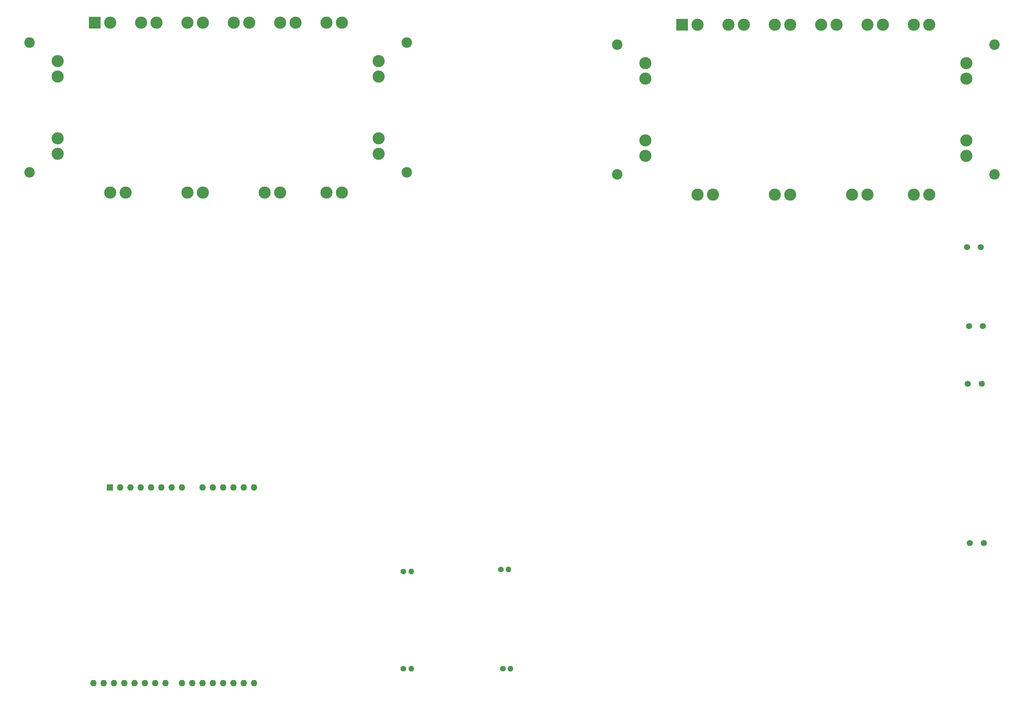
<source format=gbr>
%TF.GenerationSoftware,KiCad,Pcbnew,8.0.8*%
%TF.CreationDate,2025-10-15T12:51:47+03:00*%
%TF.ProjectId,isuzu investment 2,6973757a-7520-4696-9e76-6573746d656e,rev?*%
%TF.SameCoordinates,Original*%
%TF.FileFunction,Soldermask,Bot*%
%TF.FilePolarity,Negative*%
%FSLAX46Y46*%
G04 Gerber Fmt 4.6, Leading zero omitted, Abs format (unit mm)*
G04 Created by KiCad (PCBNEW 8.0.8) date 2025-10-15 12:51:47*
%MOMM*%
%LPD*%
G01*
G04 APERTURE LIST*
%ADD10C,1.400000*%
%ADD11O,1.400000X1.400000*%
%ADD12C,1.500000*%
%ADD13C,2.600000*%
%ADD14R,3.000000X3.000000*%
%ADD15C,3.000000*%
%ADD16R,1.600000X1.600000*%
%ADD17O,1.600000X1.600000*%
G04 APERTURE END LIST*
D10*
%TO.C,R6*%
X146600000Y-155500000D03*
D11*
X148500000Y-155500000D03*
%TD*%
D12*
%TO.C,R2*%
X262100000Y-95500000D03*
X265500000Y-95500000D03*
%TD*%
D10*
%TO.C,R8*%
X122600000Y-180000000D03*
D11*
X124500000Y-180000000D03*
%TD*%
D12*
%TO.C,R4*%
X262300000Y-149000000D03*
X265700000Y-149000000D03*
%TD*%
%TO.C,R3*%
X261800000Y-109650000D03*
X265200000Y-109650000D03*
%TD*%
D10*
%TO.C,R5*%
X122600000Y-156000000D03*
D11*
X124500000Y-156000000D03*
%TD*%
D13*
%TO.C,U2*%
X30400000Y-25570000D03*
X30400000Y-57570000D03*
X123400000Y-25570000D03*
X123400000Y-57570000D03*
D14*
X46420000Y-20620000D03*
D15*
X50230000Y-20620000D03*
X57850000Y-20620000D03*
X61660000Y-20620000D03*
X69280000Y-20620000D03*
X73090000Y-20620000D03*
X80710000Y-20620000D03*
X84520000Y-20620000D03*
X92140000Y-20620000D03*
X95950000Y-20620000D03*
X103570000Y-20620000D03*
X107380000Y-20620000D03*
X116500000Y-30140000D03*
X116500000Y-33950000D03*
X116500000Y-49190000D03*
X116500000Y-53000000D03*
X107380000Y-62520000D03*
X103570000Y-62520000D03*
X92140000Y-62520000D03*
X88330000Y-62520000D03*
X73090000Y-62520000D03*
X69280000Y-62520000D03*
X54040000Y-62520000D03*
X50230000Y-62520000D03*
X37300000Y-53000000D03*
X37300000Y-49190000D03*
X37300000Y-33950000D03*
X37300000Y-30140000D03*
%TD*%
D16*
%TO.C,A1*%
X50140000Y-135240000D03*
D17*
X52680000Y-135240000D03*
X55220000Y-135240000D03*
X57760000Y-135240000D03*
X60300000Y-135240000D03*
X62840000Y-135240000D03*
X65380000Y-135240000D03*
X67920000Y-135240000D03*
X73000000Y-135240000D03*
X75540000Y-135240000D03*
X78080000Y-135240000D03*
X80620000Y-135240000D03*
X83160000Y-135240000D03*
X85700000Y-135240000D03*
X85700000Y-183500000D03*
X83160000Y-183500000D03*
X80620000Y-183500000D03*
X78080000Y-183500000D03*
X75540000Y-183500000D03*
X73000000Y-183500000D03*
X70460000Y-183500000D03*
X67920000Y-183500000D03*
X63860000Y-183500000D03*
X61320000Y-183500000D03*
X58780000Y-183500000D03*
X56240000Y-183500000D03*
X53700000Y-183500000D03*
X51160000Y-183500000D03*
X48620000Y-183500000D03*
X46080000Y-183500000D03*
%TD*%
D12*
%TO.C,R1*%
X261600000Y-76000000D03*
X265000000Y-76000000D03*
%TD*%
D13*
%TO.C,U1*%
X175330000Y-26050000D03*
X175330000Y-58050000D03*
X268330000Y-26050000D03*
X268330000Y-58050000D03*
D14*
X191350000Y-21100000D03*
D15*
X195160000Y-21100000D03*
X202780000Y-21100000D03*
X206590000Y-21100000D03*
X214210000Y-21100000D03*
X218020000Y-21100000D03*
X225640000Y-21100000D03*
X229450000Y-21100000D03*
X237070000Y-21100000D03*
X240880000Y-21100000D03*
X248500000Y-21100000D03*
X252310000Y-21100000D03*
X261430000Y-30620000D03*
X261430000Y-34430000D03*
X261430000Y-49670000D03*
X261430000Y-53480000D03*
X252310000Y-63000000D03*
X248500000Y-63000000D03*
X237070000Y-63000000D03*
X233260000Y-63000000D03*
X218020000Y-63000000D03*
X214210000Y-63000000D03*
X198970000Y-63000000D03*
X195160000Y-63000000D03*
X182230000Y-53480000D03*
X182230000Y-49670000D03*
X182230000Y-34430000D03*
X182230000Y-30620000D03*
%TD*%
D10*
%TO.C,R7*%
X147095000Y-180000000D03*
D11*
X148995000Y-180000000D03*
%TD*%
M02*

</source>
